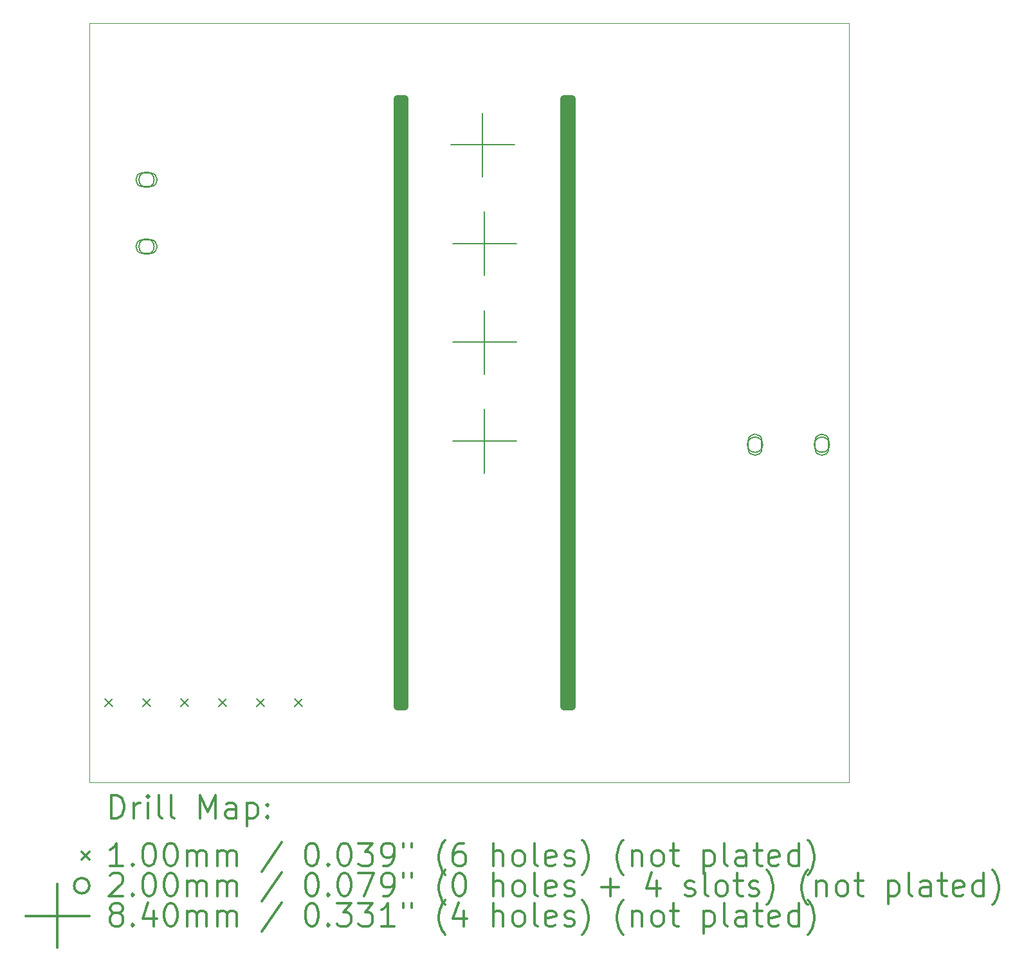
<source format=gbr>
%FSLAX45Y45*%
G04 Gerber Fmt 4.5, Leading zero omitted, Abs format (unit mm)*
G04 Created by KiCad (PCBNEW (5.1.9)-1) date 2021-04-28 19:37:26*
%MOMM*%
%LPD*%
G01*
G04 APERTURE LIST*
%TA.AperFunction,Profile*%
%ADD10C,1.000000*%
%TD*%
%TA.AperFunction,Profile*%
%ADD11C,0.050000*%
%TD*%
%ADD12C,0.200000*%
%ADD13C,0.300000*%
G04 APERTURE END LIST*
D10*
X11250000Y-6000000D02*
X11250000Y-14000000D01*
X11350000Y-6000000D02*
X11350000Y-14000000D01*
X11250000Y-14000000D02*
X11350000Y-14000000D01*
X11250000Y-6000000D02*
X11350000Y-6000000D01*
X9050000Y-6000000D02*
X9150000Y-6000000D01*
X9050000Y-14000000D02*
X9150000Y-14000000D01*
X9150000Y-6000000D02*
X9150000Y-14000000D01*
X9050000Y-6000000D02*
X9050000Y-14000000D01*
D11*
X5000000Y-15000000D02*
X5000000Y-5000000D01*
X15000000Y-15000000D02*
X5000000Y-15000000D01*
X15000000Y-5000000D02*
X15000000Y-15000000D01*
X5000000Y-5000000D02*
X15000000Y-5000000D01*
D12*
X5200000Y-13900000D02*
X5300000Y-14000000D01*
X5300000Y-13900000D02*
X5200000Y-14000000D01*
X5700000Y-13900000D02*
X5800000Y-14000000D01*
X5800000Y-13900000D02*
X5700000Y-14000000D01*
X6200000Y-13900000D02*
X6300000Y-14000000D01*
X6300000Y-13900000D02*
X6200000Y-14000000D01*
X6700000Y-13900000D02*
X6800000Y-14000000D01*
X6800000Y-13900000D02*
X6700000Y-14000000D01*
X7200000Y-13900000D02*
X7300000Y-14000000D01*
X7300000Y-13900000D02*
X7200000Y-14000000D01*
X7700000Y-13900000D02*
X7800000Y-14000000D01*
X7800000Y-13900000D02*
X7700000Y-14000000D01*
X5850000Y-7060000D02*
G75*
G03*
X5850000Y-7060000I-100000J0D01*
G01*
X5800000Y-6970000D02*
X5700000Y-6970000D01*
X5800000Y-7150000D02*
X5700000Y-7150000D01*
X5700000Y-6970000D02*
G75*
G03*
X5700000Y-7150000I0J-90000D01*
G01*
X5800000Y-7150000D02*
G75*
G03*
X5800000Y-6970000I0J90000D01*
G01*
X5850000Y-7940000D02*
G75*
G03*
X5850000Y-7940000I-100000J0D01*
G01*
X5800000Y-7850000D02*
X5700000Y-7850000D01*
X5800000Y-8030000D02*
X5700000Y-8030000D01*
X5700000Y-7850000D02*
G75*
G03*
X5700000Y-8030000I0J-90000D01*
G01*
X5800000Y-8030000D02*
G75*
G03*
X5800000Y-7850000I0J90000D01*
G01*
X13860000Y-10550000D02*
G75*
G03*
X13860000Y-10550000I-100000J0D01*
G01*
X13850000Y-10600000D02*
X13850000Y-10500000D01*
X13670000Y-10600000D02*
X13670000Y-10500000D01*
X13850000Y-10500000D02*
G75*
G03*
X13670000Y-10500000I-90000J0D01*
G01*
X13670000Y-10600000D02*
G75*
G03*
X13850000Y-10600000I90000J0D01*
G01*
X14740000Y-10550000D02*
G75*
G03*
X14740000Y-10550000I-100000J0D01*
G01*
X14730000Y-10600000D02*
X14730000Y-10500000D01*
X14550000Y-10600000D02*
X14550000Y-10500000D01*
X14730000Y-10500000D02*
G75*
G03*
X14550000Y-10500000I-90000J0D01*
G01*
X14550000Y-10600000D02*
G75*
G03*
X14730000Y-10600000I90000J0D01*
G01*
X10175000Y-6180000D02*
X10175000Y-7020000D01*
X9755000Y-6600000D02*
X10595000Y-6600000D01*
X10200000Y-7480000D02*
X10200000Y-8320000D01*
X9780000Y-7900000D02*
X10620000Y-7900000D01*
X10200000Y-8780000D02*
X10200000Y-9620000D01*
X9780000Y-9200000D02*
X10620000Y-9200000D01*
X10200000Y-10080000D02*
X10200000Y-10920000D01*
X9780000Y-10500000D02*
X10620000Y-10500000D01*
D13*
X5283928Y-15468214D02*
X5283928Y-15168214D01*
X5355357Y-15168214D01*
X5398214Y-15182500D01*
X5426786Y-15211071D01*
X5441071Y-15239643D01*
X5455357Y-15296786D01*
X5455357Y-15339643D01*
X5441071Y-15396786D01*
X5426786Y-15425357D01*
X5398214Y-15453929D01*
X5355357Y-15468214D01*
X5283928Y-15468214D01*
X5583928Y-15468214D02*
X5583928Y-15268214D01*
X5583928Y-15325357D02*
X5598214Y-15296786D01*
X5612500Y-15282500D01*
X5641071Y-15268214D01*
X5669643Y-15268214D01*
X5769643Y-15468214D02*
X5769643Y-15268214D01*
X5769643Y-15168214D02*
X5755357Y-15182500D01*
X5769643Y-15196786D01*
X5783928Y-15182500D01*
X5769643Y-15168214D01*
X5769643Y-15196786D01*
X5955357Y-15468214D02*
X5926786Y-15453929D01*
X5912500Y-15425357D01*
X5912500Y-15168214D01*
X6112500Y-15468214D02*
X6083928Y-15453929D01*
X6069643Y-15425357D01*
X6069643Y-15168214D01*
X6455357Y-15468214D02*
X6455357Y-15168214D01*
X6555357Y-15382500D01*
X6655357Y-15168214D01*
X6655357Y-15468214D01*
X6926786Y-15468214D02*
X6926786Y-15311071D01*
X6912500Y-15282500D01*
X6883928Y-15268214D01*
X6826786Y-15268214D01*
X6798214Y-15282500D01*
X6926786Y-15453929D02*
X6898214Y-15468214D01*
X6826786Y-15468214D01*
X6798214Y-15453929D01*
X6783928Y-15425357D01*
X6783928Y-15396786D01*
X6798214Y-15368214D01*
X6826786Y-15353929D01*
X6898214Y-15353929D01*
X6926786Y-15339643D01*
X7069643Y-15268214D02*
X7069643Y-15568214D01*
X7069643Y-15282500D02*
X7098214Y-15268214D01*
X7155357Y-15268214D01*
X7183928Y-15282500D01*
X7198214Y-15296786D01*
X7212500Y-15325357D01*
X7212500Y-15411071D01*
X7198214Y-15439643D01*
X7183928Y-15453929D01*
X7155357Y-15468214D01*
X7098214Y-15468214D01*
X7069643Y-15453929D01*
X7341071Y-15439643D02*
X7355357Y-15453929D01*
X7341071Y-15468214D01*
X7326786Y-15453929D01*
X7341071Y-15439643D01*
X7341071Y-15468214D01*
X7341071Y-15282500D02*
X7355357Y-15296786D01*
X7341071Y-15311071D01*
X7326786Y-15296786D01*
X7341071Y-15282500D01*
X7341071Y-15311071D01*
X4897500Y-15912500D02*
X4997500Y-16012500D01*
X4997500Y-15912500D02*
X4897500Y-16012500D01*
X5441071Y-16098214D02*
X5269643Y-16098214D01*
X5355357Y-16098214D02*
X5355357Y-15798214D01*
X5326786Y-15841071D01*
X5298214Y-15869643D01*
X5269643Y-15883929D01*
X5569643Y-16069643D02*
X5583928Y-16083929D01*
X5569643Y-16098214D01*
X5555357Y-16083929D01*
X5569643Y-16069643D01*
X5569643Y-16098214D01*
X5769643Y-15798214D02*
X5798214Y-15798214D01*
X5826786Y-15812500D01*
X5841071Y-15826786D01*
X5855357Y-15855357D01*
X5869643Y-15912500D01*
X5869643Y-15983929D01*
X5855357Y-16041071D01*
X5841071Y-16069643D01*
X5826786Y-16083929D01*
X5798214Y-16098214D01*
X5769643Y-16098214D01*
X5741071Y-16083929D01*
X5726786Y-16069643D01*
X5712500Y-16041071D01*
X5698214Y-15983929D01*
X5698214Y-15912500D01*
X5712500Y-15855357D01*
X5726786Y-15826786D01*
X5741071Y-15812500D01*
X5769643Y-15798214D01*
X6055357Y-15798214D02*
X6083928Y-15798214D01*
X6112500Y-15812500D01*
X6126786Y-15826786D01*
X6141071Y-15855357D01*
X6155357Y-15912500D01*
X6155357Y-15983929D01*
X6141071Y-16041071D01*
X6126786Y-16069643D01*
X6112500Y-16083929D01*
X6083928Y-16098214D01*
X6055357Y-16098214D01*
X6026786Y-16083929D01*
X6012500Y-16069643D01*
X5998214Y-16041071D01*
X5983928Y-15983929D01*
X5983928Y-15912500D01*
X5998214Y-15855357D01*
X6012500Y-15826786D01*
X6026786Y-15812500D01*
X6055357Y-15798214D01*
X6283928Y-16098214D02*
X6283928Y-15898214D01*
X6283928Y-15926786D02*
X6298214Y-15912500D01*
X6326786Y-15898214D01*
X6369643Y-15898214D01*
X6398214Y-15912500D01*
X6412500Y-15941071D01*
X6412500Y-16098214D01*
X6412500Y-15941071D02*
X6426786Y-15912500D01*
X6455357Y-15898214D01*
X6498214Y-15898214D01*
X6526786Y-15912500D01*
X6541071Y-15941071D01*
X6541071Y-16098214D01*
X6683928Y-16098214D02*
X6683928Y-15898214D01*
X6683928Y-15926786D02*
X6698214Y-15912500D01*
X6726786Y-15898214D01*
X6769643Y-15898214D01*
X6798214Y-15912500D01*
X6812500Y-15941071D01*
X6812500Y-16098214D01*
X6812500Y-15941071D02*
X6826786Y-15912500D01*
X6855357Y-15898214D01*
X6898214Y-15898214D01*
X6926786Y-15912500D01*
X6941071Y-15941071D01*
X6941071Y-16098214D01*
X7526786Y-15783929D02*
X7269643Y-16169643D01*
X7912500Y-15798214D02*
X7941071Y-15798214D01*
X7969643Y-15812500D01*
X7983928Y-15826786D01*
X7998214Y-15855357D01*
X8012500Y-15912500D01*
X8012500Y-15983929D01*
X7998214Y-16041071D01*
X7983928Y-16069643D01*
X7969643Y-16083929D01*
X7941071Y-16098214D01*
X7912500Y-16098214D01*
X7883928Y-16083929D01*
X7869643Y-16069643D01*
X7855357Y-16041071D01*
X7841071Y-15983929D01*
X7841071Y-15912500D01*
X7855357Y-15855357D01*
X7869643Y-15826786D01*
X7883928Y-15812500D01*
X7912500Y-15798214D01*
X8141071Y-16069643D02*
X8155357Y-16083929D01*
X8141071Y-16098214D01*
X8126786Y-16083929D01*
X8141071Y-16069643D01*
X8141071Y-16098214D01*
X8341071Y-15798214D02*
X8369643Y-15798214D01*
X8398214Y-15812500D01*
X8412500Y-15826786D01*
X8426786Y-15855357D01*
X8441071Y-15912500D01*
X8441071Y-15983929D01*
X8426786Y-16041071D01*
X8412500Y-16069643D01*
X8398214Y-16083929D01*
X8369643Y-16098214D01*
X8341071Y-16098214D01*
X8312500Y-16083929D01*
X8298214Y-16069643D01*
X8283928Y-16041071D01*
X8269643Y-15983929D01*
X8269643Y-15912500D01*
X8283928Y-15855357D01*
X8298214Y-15826786D01*
X8312500Y-15812500D01*
X8341071Y-15798214D01*
X8541071Y-15798214D02*
X8726786Y-15798214D01*
X8626786Y-15912500D01*
X8669643Y-15912500D01*
X8698214Y-15926786D01*
X8712500Y-15941071D01*
X8726786Y-15969643D01*
X8726786Y-16041071D01*
X8712500Y-16069643D01*
X8698214Y-16083929D01*
X8669643Y-16098214D01*
X8583928Y-16098214D01*
X8555357Y-16083929D01*
X8541071Y-16069643D01*
X8869643Y-16098214D02*
X8926786Y-16098214D01*
X8955357Y-16083929D01*
X8969643Y-16069643D01*
X8998214Y-16026786D01*
X9012500Y-15969643D01*
X9012500Y-15855357D01*
X8998214Y-15826786D01*
X8983928Y-15812500D01*
X8955357Y-15798214D01*
X8898214Y-15798214D01*
X8869643Y-15812500D01*
X8855357Y-15826786D01*
X8841071Y-15855357D01*
X8841071Y-15926786D01*
X8855357Y-15955357D01*
X8869643Y-15969643D01*
X8898214Y-15983929D01*
X8955357Y-15983929D01*
X8983928Y-15969643D01*
X8998214Y-15955357D01*
X9012500Y-15926786D01*
X9126786Y-15798214D02*
X9126786Y-15855357D01*
X9241071Y-15798214D02*
X9241071Y-15855357D01*
X9683928Y-16212500D02*
X9669643Y-16198214D01*
X9641071Y-16155357D01*
X9626786Y-16126786D01*
X9612500Y-16083929D01*
X9598214Y-16012500D01*
X9598214Y-15955357D01*
X9612500Y-15883929D01*
X9626786Y-15841071D01*
X9641071Y-15812500D01*
X9669643Y-15769643D01*
X9683928Y-15755357D01*
X9926786Y-15798214D02*
X9869643Y-15798214D01*
X9841071Y-15812500D01*
X9826786Y-15826786D01*
X9798214Y-15869643D01*
X9783928Y-15926786D01*
X9783928Y-16041071D01*
X9798214Y-16069643D01*
X9812500Y-16083929D01*
X9841071Y-16098214D01*
X9898214Y-16098214D01*
X9926786Y-16083929D01*
X9941071Y-16069643D01*
X9955357Y-16041071D01*
X9955357Y-15969643D01*
X9941071Y-15941071D01*
X9926786Y-15926786D01*
X9898214Y-15912500D01*
X9841071Y-15912500D01*
X9812500Y-15926786D01*
X9798214Y-15941071D01*
X9783928Y-15969643D01*
X10312500Y-16098214D02*
X10312500Y-15798214D01*
X10441071Y-16098214D02*
X10441071Y-15941071D01*
X10426786Y-15912500D01*
X10398214Y-15898214D01*
X10355357Y-15898214D01*
X10326786Y-15912500D01*
X10312500Y-15926786D01*
X10626786Y-16098214D02*
X10598214Y-16083929D01*
X10583928Y-16069643D01*
X10569643Y-16041071D01*
X10569643Y-15955357D01*
X10583928Y-15926786D01*
X10598214Y-15912500D01*
X10626786Y-15898214D01*
X10669643Y-15898214D01*
X10698214Y-15912500D01*
X10712500Y-15926786D01*
X10726786Y-15955357D01*
X10726786Y-16041071D01*
X10712500Y-16069643D01*
X10698214Y-16083929D01*
X10669643Y-16098214D01*
X10626786Y-16098214D01*
X10898214Y-16098214D02*
X10869643Y-16083929D01*
X10855357Y-16055357D01*
X10855357Y-15798214D01*
X11126786Y-16083929D02*
X11098214Y-16098214D01*
X11041071Y-16098214D01*
X11012500Y-16083929D01*
X10998214Y-16055357D01*
X10998214Y-15941071D01*
X11012500Y-15912500D01*
X11041071Y-15898214D01*
X11098214Y-15898214D01*
X11126786Y-15912500D01*
X11141071Y-15941071D01*
X11141071Y-15969643D01*
X10998214Y-15998214D01*
X11255357Y-16083929D02*
X11283928Y-16098214D01*
X11341071Y-16098214D01*
X11369643Y-16083929D01*
X11383928Y-16055357D01*
X11383928Y-16041071D01*
X11369643Y-16012500D01*
X11341071Y-15998214D01*
X11298214Y-15998214D01*
X11269643Y-15983929D01*
X11255357Y-15955357D01*
X11255357Y-15941071D01*
X11269643Y-15912500D01*
X11298214Y-15898214D01*
X11341071Y-15898214D01*
X11369643Y-15912500D01*
X11483928Y-16212500D02*
X11498214Y-16198214D01*
X11526786Y-16155357D01*
X11541071Y-16126786D01*
X11555357Y-16083929D01*
X11569643Y-16012500D01*
X11569643Y-15955357D01*
X11555357Y-15883929D01*
X11541071Y-15841071D01*
X11526786Y-15812500D01*
X11498214Y-15769643D01*
X11483928Y-15755357D01*
X12026786Y-16212500D02*
X12012500Y-16198214D01*
X11983928Y-16155357D01*
X11969643Y-16126786D01*
X11955357Y-16083929D01*
X11941071Y-16012500D01*
X11941071Y-15955357D01*
X11955357Y-15883929D01*
X11969643Y-15841071D01*
X11983928Y-15812500D01*
X12012500Y-15769643D01*
X12026786Y-15755357D01*
X12141071Y-15898214D02*
X12141071Y-16098214D01*
X12141071Y-15926786D02*
X12155357Y-15912500D01*
X12183928Y-15898214D01*
X12226786Y-15898214D01*
X12255357Y-15912500D01*
X12269643Y-15941071D01*
X12269643Y-16098214D01*
X12455357Y-16098214D02*
X12426786Y-16083929D01*
X12412500Y-16069643D01*
X12398214Y-16041071D01*
X12398214Y-15955357D01*
X12412500Y-15926786D01*
X12426786Y-15912500D01*
X12455357Y-15898214D01*
X12498214Y-15898214D01*
X12526786Y-15912500D01*
X12541071Y-15926786D01*
X12555357Y-15955357D01*
X12555357Y-16041071D01*
X12541071Y-16069643D01*
X12526786Y-16083929D01*
X12498214Y-16098214D01*
X12455357Y-16098214D01*
X12641071Y-15898214D02*
X12755357Y-15898214D01*
X12683928Y-15798214D02*
X12683928Y-16055357D01*
X12698214Y-16083929D01*
X12726786Y-16098214D01*
X12755357Y-16098214D01*
X13083928Y-15898214D02*
X13083928Y-16198214D01*
X13083928Y-15912500D02*
X13112500Y-15898214D01*
X13169643Y-15898214D01*
X13198214Y-15912500D01*
X13212500Y-15926786D01*
X13226786Y-15955357D01*
X13226786Y-16041071D01*
X13212500Y-16069643D01*
X13198214Y-16083929D01*
X13169643Y-16098214D01*
X13112500Y-16098214D01*
X13083928Y-16083929D01*
X13398214Y-16098214D02*
X13369643Y-16083929D01*
X13355357Y-16055357D01*
X13355357Y-15798214D01*
X13641071Y-16098214D02*
X13641071Y-15941071D01*
X13626786Y-15912500D01*
X13598214Y-15898214D01*
X13541071Y-15898214D01*
X13512500Y-15912500D01*
X13641071Y-16083929D02*
X13612500Y-16098214D01*
X13541071Y-16098214D01*
X13512500Y-16083929D01*
X13498214Y-16055357D01*
X13498214Y-16026786D01*
X13512500Y-15998214D01*
X13541071Y-15983929D01*
X13612500Y-15983929D01*
X13641071Y-15969643D01*
X13741071Y-15898214D02*
X13855357Y-15898214D01*
X13783928Y-15798214D02*
X13783928Y-16055357D01*
X13798214Y-16083929D01*
X13826786Y-16098214D01*
X13855357Y-16098214D01*
X14069643Y-16083929D02*
X14041071Y-16098214D01*
X13983928Y-16098214D01*
X13955357Y-16083929D01*
X13941071Y-16055357D01*
X13941071Y-15941071D01*
X13955357Y-15912500D01*
X13983928Y-15898214D01*
X14041071Y-15898214D01*
X14069643Y-15912500D01*
X14083928Y-15941071D01*
X14083928Y-15969643D01*
X13941071Y-15998214D01*
X14341071Y-16098214D02*
X14341071Y-15798214D01*
X14341071Y-16083929D02*
X14312500Y-16098214D01*
X14255357Y-16098214D01*
X14226786Y-16083929D01*
X14212500Y-16069643D01*
X14198214Y-16041071D01*
X14198214Y-15955357D01*
X14212500Y-15926786D01*
X14226786Y-15912500D01*
X14255357Y-15898214D01*
X14312500Y-15898214D01*
X14341071Y-15912500D01*
X14455357Y-16212500D02*
X14469643Y-16198214D01*
X14498214Y-16155357D01*
X14512500Y-16126786D01*
X14526786Y-16083929D01*
X14541071Y-16012500D01*
X14541071Y-15955357D01*
X14526786Y-15883929D01*
X14512500Y-15841071D01*
X14498214Y-15812500D01*
X14469643Y-15769643D01*
X14455357Y-15755357D01*
X4997500Y-16358500D02*
G75*
G03*
X4997500Y-16358500I-100000J0D01*
G01*
X5269643Y-16222786D02*
X5283928Y-16208500D01*
X5312500Y-16194214D01*
X5383928Y-16194214D01*
X5412500Y-16208500D01*
X5426786Y-16222786D01*
X5441071Y-16251357D01*
X5441071Y-16279929D01*
X5426786Y-16322786D01*
X5255357Y-16494214D01*
X5441071Y-16494214D01*
X5569643Y-16465643D02*
X5583928Y-16479929D01*
X5569643Y-16494214D01*
X5555357Y-16479929D01*
X5569643Y-16465643D01*
X5569643Y-16494214D01*
X5769643Y-16194214D02*
X5798214Y-16194214D01*
X5826786Y-16208500D01*
X5841071Y-16222786D01*
X5855357Y-16251357D01*
X5869643Y-16308500D01*
X5869643Y-16379929D01*
X5855357Y-16437071D01*
X5841071Y-16465643D01*
X5826786Y-16479929D01*
X5798214Y-16494214D01*
X5769643Y-16494214D01*
X5741071Y-16479929D01*
X5726786Y-16465643D01*
X5712500Y-16437071D01*
X5698214Y-16379929D01*
X5698214Y-16308500D01*
X5712500Y-16251357D01*
X5726786Y-16222786D01*
X5741071Y-16208500D01*
X5769643Y-16194214D01*
X6055357Y-16194214D02*
X6083928Y-16194214D01*
X6112500Y-16208500D01*
X6126786Y-16222786D01*
X6141071Y-16251357D01*
X6155357Y-16308500D01*
X6155357Y-16379929D01*
X6141071Y-16437071D01*
X6126786Y-16465643D01*
X6112500Y-16479929D01*
X6083928Y-16494214D01*
X6055357Y-16494214D01*
X6026786Y-16479929D01*
X6012500Y-16465643D01*
X5998214Y-16437071D01*
X5983928Y-16379929D01*
X5983928Y-16308500D01*
X5998214Y-16251357D01*
X6012500Y-16222786D01*
X6026786Y-16208500D01*
X6055357Y-16194214D01*
X6283928Y-16494214D02*
X6283928Y-16294214D01*
X6283928Y-16322786D02*
X6298214Y-16308500D01*
X6326786Y-16294214D01*
X6369643Y-16294214D01*
X6398214Y-16308500D01*
X6412500Y-16337071D01*
X6412500Y-16494214D01*
X6412500Y-16337071D02*
X6426786Y-16308500D01*
X6455357Y-16294214D01*
X6498214Y-16294214D01*
X6526786Y-16308500D01*
X6541071Y-16337071D01*
X6541071Y-16494214D01*
X6683928Y-16494214D02*
X6683928Y-16294214D01*
X6683928Y-16322786D02*
X6698214Y-16308500D01*
X6726786Y-16294214D01*
X6769643Y-16294214D01*
X6798214Y-16308500D01*
X6812500Y-16337071D01*
X6812500Y-16494214D01*
X6812500Y-16337071D02*
X6826786Y-16308500D01*
X6855357Y-16294214D01*
X6898214Y-16294214D01*
X6926786Y-16308500D01*
X6941071Y-16337071D01*
X6941071Y-16494214D01*
X7526786Y-16179929D02*
X7269643Y-16565643D01*
X7912500Y-16194214D02*
X7941071Y-16194214D01*
X7969643Y-16208500D01*
X7983928Y-16222786D01*
X7998214Y-16251357D01*
X8012500Y-16308500D01*
X8012500Y-16379929D01*
X7998214Y-16437071D01*
X7983928Y-16465643D01*
X7969643Y-16479929D01*
X7941071Y-16494214D01*
X7912500Y-16494214D01*
X7883928Y-16479929D01*
X7869643Y-16465643D01*
X7855357Y-16437071D01*
X7841071Y-16379929D01*
X7841071Y-16308500D01*
X7855357Y-16251357D01*
X7869643Y-16222786D01*
X7883928Y-16208500D01*
X7912500Y-16194214D01*
X8141071Y-16465643D02*
X8155357Y-16479929D01*
X8141071Y-16494214D01*
X8126786Y-16479929D01*
X8141071Y-16465643D01*
X8141071Y-16494214D01*
X8341071Y-16194214D02*
X8369643Y-16194214D01*
X8398214Y-16208500D01*
X8412500Y-16222786D01*
X8426786Y-16251357D01*
X8441071Y-16308500D01*
X8441071Y-16379929D01*
X8426786Y-16437071D01*
X8412500Y-16465643D01*
X8398214Y-16479929D01*
X8369643Y-16494214D01*
X8341071Y-16494214D01*
X8312500Y-16479929D01*
X8298214Y-16465643D01*
X8283928Y-16437071D01*
X8269643Y-16379929D01*
X8269643Y-16308500D01*
X8283928Y-16251357D01*
X8298214Y-16222786D01*
X8312500Y-16208500D01*
X8341071Y-16194214D01*
X8541071Y-16194214D02*
X8741071Y-16194214D01*
X8612500Y-16494214D01*
X8869643Y-16494214D02*
X8926786Y-16494214D01*
X8955357Y-16479929D01*
X8969643Y-16465643D01*
X8998214Y-16422786D01*
X9012500Y-16365643D01*
X9012500Y-16251357D01*
X8998214Y-16222786D01*
X8983928Y-16208500D01*
X8955357Y-16194214D01*
X8898214Y-16194214D01*
X8869643Y-16208500D01*
X8855357Y-16222786D01*
X8841071Y-16251357D01*
X8841071Y-16322786D01*
X8855357Y-16351357D01*
X8869643Y-16365643D01*
X8898214Y-16379929D01*
X8955357Y-16379929D01*
X8983928Y-16365643D01*
X8998214Y-16351357D01*
X9012500Y-16322786D01*
X9126786Y-16194214D02*
X9126786Y-16251357D01*
X9241071Y-16194214D02*
X9241071Y-16251357D01*
X9683928Y-16608500D02*
X9669643Y-16594214D01*
X9641071Y-16551357D01*
X9626786Y-16522786D01*
X9612500Y-16479929D01*
X9598214Y-16408500D01*
X9598214Y-16351357D01*
X9612500Y-16279929D01*
X9626786Y-16237071D01*
X9641071Y-16208500D01*
X9669643Y-16165643D01*
X9683928Y-16151357D01*
X9855357Y-16194214D02*
X9883928Y-16194214D01*
X9912500Y-16208500D01*
X9926786Y-16222786D01*
X9941071Y-16251357D01*
X9955357Y-16308500D01*
X9955357Y-16379929D01*
X9941071Y-16437071D01*
X9926786Y-16465643D01*
X9912500Y-16479929D01*
X9883928Y-16494214D01*
X9855357Y-16494214D01*
X9826786Y-16479929D01*
X9812500Y-16465643D01*
X9798214Y-16437071D01*
X9783928Y-16379929D01*
X9783928Y-16308500D01*
X9798214Y-16251357D01*
X9812500Y-16222786D01*
X9826786Y-16208500D01*
X9855357Y-16194214D01*
X10312500Y-16494214D02*
X10312500Y-16194214D01*
X10441071Y-16494214D02*
X10441071Y-16337071D01*
X10426786Y-16308500D01*
X10398214Y-16294214D01*
X10355357Y-16294214D01*
X10326786Y-16308500D01*
X10312500Y-16322786D01*
X10626786Y-16494214D02*
X10598214Y-16479929D01*
X10583928Y-16465643D01*
X10569643Y-16437071D01*
X10569643Y-16351357D01*
X10583928Y-16322786D01*
X10598214Y-16308500D01*
X10626786Y-16294214D01*
X10669643Y-16294214D01*
X10698214Y-16308500D01*
X10712500Y-16322786D01*
X10726786Y-16351357D01*
X10726786Y-16437071D01*
X10712500Y-16465643D01*
X10698214Y-16479929D01*
X10669643Y-16494214D01*
X10626786Y-16494214D01*
X10898214Y-16494214D02*
X10869643Y-16479929D01*
X10855357Y-16451357D01*
X10855357Y-16194214D01*
X11126786Y-16479929D02*
X11098214Y-16494214D01*
X11041071Y-16494214D01*
X11012500Y-16479929D01*
X10998214Y-16451357D01*
X10998214Y-16337071D01*
X11012500Y-16308500D01*
X11041071Y-16294214D01*
X11098214Y-16294214D01*
X11126786Y-16308500D01*
X11141071Y-16337071D01*
X11141071Y-16365643D01*
X10998214Y-16394214D01*
X11255357Y-16479929D02*
X11283928Y-16494214D01*
X11341071Y-16494214D01*
X11369643Y-16479929D01*
X11383928Y-16451357D01*
X11383928Y-16437071D01*
X11369643Y-16408500D01*
X11341071Y-16394214D01*
X11298214Y-16394214D01*
X11269643Y-16379929D01*
X11255357Y-16351357D01*
X11255357Y-16337071D01*
X11269643Y-16308500D01*
X11298214Y-16294214D01*
X11341071Y-16294214D01*
X11369643Y-16308500D01*
X11741071Y-16379929D02*
X11969643Y-16379929D01*
X11855357Y-16494214D02*
X11855357Y-16265643D01*
X12469643Y-16294214D02*
X12469643Y-16494214D01*
X12398214Y-16179929D02*
X12326786Y-16394214D01*
X12512500Y-16394214D01*
X12841071Y-16479929D02*
X12869643Y-16494214D01*
X12926786Y-16494214D01*
X12955357Y-16479929D01*
X12969643Y-16451357D01*
X12969643Y-16437071D01*
X12955357Y-16408500D01*
X12926786Y-16394214D01*
X12883928Y-16394214D01*
X12855357Y-16379929D01*
X12841071Y-16351357D01*
X12841071Y-16337071D01*
X12855357Y-16308500D01*
X12883928Y-16294214D01*
X12926786Y-16294214D01*
X12955357Y-16308500D01*
X13141071Y-16494214D02*
X13112500Y-16479929D01*
X13098214Y-16451357D01*
X13098214Y-16194214D01*
X13298214Y-16494214D02*
X13269643Y-16479929D01*
X13255357Y-16465643D01*
X13241071Y-16437071D01*
X13241071Y-16351357D01*
X13255357Y-16322786D01*
X13269643Y-16308500D01*
X13298214Y-16294214D01*
X13341071Y-16294214D01*
X13369643Y-16308500D01*
X13383928Y-16322786D01*
X13398214Y-16351357D01*
X13398214Y-16437071D01*
X13383928Y-16465643D01*
X13369643Y-16479929D01*
X13341071Y-16494214D01*
X13298214Y-16494214D01*
X13483928Y-16294214D02*
X13598214Y-16294214D01*
X13526786Y-16194214D02*
X13526786Y-16451357D01*
X13541071Y-16479929D01*
X13569643Y-16494214D01*
X13598214Y-16494214D01*
X13683928Y-16479929D02*
X13712500Y-16494214D01*
X13769643Y-16494214D01*
X13798214Y-16479929D01*
X13812500Y-16451357D01*
X13812500Y-16437071D01*
X13798214Y-16408500D01*
X13769643Y-16394214D01*
X13726786Y-16394214D01*
X13698214Y-16379929D01*
X13683928Y-16351357D01*
X13683928Y-16337071D01*
X13698214Y-16308500D01*
X13726786Y-16294214D01*
X13769643Y-16294214D01*
X13798214Y-16308500D01*
X13912500Y-16608500D02*
X13926786Y-16594214D01*
X13955357Y-16551357D01*
X13969643Y-16522786D01*
X13983928Y-16479929D01*
X13998214Y-16408500D01*
X13998214Y-16351357D01*
X13983928Y-16279929D01*
X13969643Y-16237071D01*
X13955357Y-16208500D01*
X13926786Y-16165643D01*
X13912500Y-16151357D01*
X14455357Y-16608500D02*
X14441071Y-16594214D01*
X14412500Y-16551357D01*
X14398214Y-16522786D01*
X14383928Y-16479929D01*
X14369643Y-16408500D01*
X14369643Y-16351357D01*
X14383928Y-16279929D01*
X14398214Y-16237071D01*
X14412500Y-16208500D01*
X14441071Y-16165643D01*
X14455357Y-16151357D01*
X14569643Y-16294214D02*
X14569643Y-16494214D01*
X14569643Y-16322786D02*
X14583928Y-16308500D01*
X14612500Y-16294214D01*
X14655357Y-16294214D01*
X14683928Y-16308500D01*
X14698214Y-16337071D01*
X14698214Y-16494214D01*
X14883928Y-16494214D02*
X14855357Y-16479929D01*
X14841071Y-16465643D01*
X14826786Y-16437071D01*
X14826786Y-16351357D01*
X14841071Y-16322786D01*
X14855357Y-16308500D01*
X14883928Y-16294214D01*
X14926786Y-16294214D01*
X14955357Y-16308500D01*
X14969643Y-16322786D01*
X14983928Y-16351357D01*
X14983928Y-16437071D01*
X14969643Y-16465643D01*
X14955357Y-16479929D01*
X14926786Y-16494214D01*
X14883928Y-16494214D01*
X15069643Y-16294214D02*
X15183928Y-16294214D01*
X15112500Y-16194214D02*
X15112500Y-16451357D01*
X15126786Y-16479929D01*
X15155357Y-16494214D01*
X15183928Y-16494214D01*
X15512500Y-16294214D02*
X15512500Y-16594214D01*
X15512500Y-16308500D02*
X15541071Y-16294214D01*
X15598214Y-16294214D01*
X15626786Y-16308500D01*
X15641071Y-16322786D01*
X15655357Y-16351357D01*
X15655357Y-16437071D01*
X15641071Y-16465643D01*
X15626786Y-16479929D01*
X15598214Y-16494214D01*
X15541071Y-16494214D01*
X15512500Y-16479929D01*
X15826786Y-16494214D02*
X15798214Y-16479929D01*
X15783928Y-16451357D01*
X15783928Y-16194214D01*
X16069643Y-16494214D02*
X16069643Y-16337071D01*
X16055357Y-16308500D01*
X16026786Y-16294214D01*
X15969643Y-16294214D01*
X15941071Y-16308500D01*
X16069643Y-16479929D02*
X16041071Y-16494214D01*
X15969643Y-16494214D01*
X15941071Y-16479929D01*
X15926786Y-16451357D01*
X15926786Y-16422786D01*
X15941071Y-16394214D01*
X15969643Y-16379929D01*
X16041071Y-16379929D01*
X16069643Y-16365643D01*
X16169643Y-16294214D02*
X16283928Y-16294214D01*
X16212500Y-16194214D02*
X16212500Y-16451357D01*
X16226786Y-16479929D01*
X16255357Y-16494214D01*
X16283928Y-16494214D01*
X16498214Y-16479929D02*
X16469643Y-16494214D01*
X16412500Y-16494214D01*
X16383928Y-16479929D01*
X16369643Y-16451357D01*
X16369643Y-16337071D01*
X16383928Y-16308500D01*
X16412500Y-16294214D01*
X16469643Y-16294214D01*
X16498214Y-16308500D01*
X16512500Y-16337071D01*
X16512500Y-16365643D01*
X16369643Y-16394214D01*
X16769643Y-16494214D02*
X16769643Y-16194214D01*
X16769643Y-16479929D02*
X16741071Y-16494214D01*
X16683928Y-16494214D01*
X16655357Y-16479929D01*
X16641071Y-16465643D01*
X16626786Y-16437071D01*
X16626786Y-16351357D01*
X16641071Y-16322786D01*
X16655357Y-16308500D01*
X16683928Y-16294214D01*
X16741071Y-16294214D01*
X16769643Y-16308500D01*
X16883928Y-16608500D02*
X16898214Y-16594214D01*
X16926786Y-16551357D01*
X16941071Y-16522786D01*
X16955357Y-16479929D01*
X16969643Y-16408500D01*
X16969643Y-16351357D01*
X16955357Y-16279929D01*
X16941071Y-16237071D01*
X16926786Y-16208500D01*
X16898214Y-16165643D01*
X16883928Y-16151357D01*
X4577500Y-16334500D02*
X4577500Y-17174500D01*
X4157500Y-16754500D02*
X4997500Y-16754500D01*
X5326786Y-16718786D02*
X5298214Y-16704500D01*
X5283928Y-16690214D01*
X5269643Y-16661643D01*
X5269643Y-16647357D01*
X5283928Y-16618786D01*
X5298214Y-16604500D01*
X5326786Y-16590214D01*
X5383928Y-16590214D01*
X5412500Y-16604500D01*
X5426786Y-16618786D01*
X5441071Y-16647357D01*
X5441071Y-16661643D01*
X5426786Y-16690214D01*
X5412500Y-16704500D01*
X5383928Y-16718786D01*
X5326786Y-16718786D01*
X5298214Y-16733071D01*
X5283928Y-16747357D01*
X5269643Y-16775929D01*
X5269643Y-16833072D01*
X5283928Y-16861643D01*
X5298214Y-16875929D01*
X5326786Y-16890214D01*
X5383928Y-16890214D01*
X5412500Y-16875929D01*
X5426786Y-16861643D01*
X5441071Y-16833072D01*
X5441071Y-16775929D01*
X5426786Y-16747357D01*
X5412500Y-16733071D01*
X5383928Y-16718786D01*
X5569643Y-16861643D02*
X5583928Y-16875929D01*
X5569643Y-16890214D01*
X5555357Y-16875929D01*
X5569643Y-16861643D01*
X5569643Y-16890214D01*
X5841071Y-16690214D02*
X5841071Y-16890214D01*
X5769643Y-16575929D02*
X5698214Y-16790214D01*
X5883928Y-16790214D01*
X6055357Y-16590214D02*
X6083928Y-16590214D01*
X6112500Y-16604500D01*
X6126786Y-16618786D01*
X6141071Y-16647357D01*
X6155357Y-16704500D01*
X6155357Y-16775929D01*
X6141071Y-16833072D01*
X6126786Y-16861643D01*
X6112500Y-16875929D01*
X6083928Y-16890214D01*
X6055357Y-16890214D01*
X6026786Y-16875929D01*
X6012500Y-16861643D01*
X5998214Y-16833072D01*
X5983928Y-16775929D01*
X5983928Y-16704500D01*
X5998214Y-16647357D01*
X6012500Y-16618786D01*
X6026786Y-16604500D01*
X6055357Y-16590214D01*
X6283928Y-16890214D02*
X6283928Y-16690214D01*
X6283928Y-16718786D02*
X6298214Y-16704500D01*
X6326786Y-16690214D01*
X6369643Y-16690214D01*
X6398214Y-16704500D01*
X6412500Y-16733071D01*
X6412500Y-16890214D01*
X6412500Y-16733071D02*
X6426786Y-16704500D01*
X6455357Y-16690214D01*
X6498214Y-16690214D01*
X6526786Y-16704500D01*
X6541071Y-16733071D01*
X6541071Y-16890214D01*
X6683928Y-16890214D02*
X6683928Y-16690214D01*
X6683928Y-16718786D02*
X6698214Y-16704500D01*
X6726786Y-16690214D01*
X6769643Y-16690214D01*
X6798214Y-16704500D01*
X6812500Y-16733071D01*
X6812500Y-16890214D01*
X6812500Y-16733071D02*
X6826786Y-16704500D01*
X6855357Y-16690214D01*
X6898214Y-16690214D01*
X6926786Y-16704500D01*
X6941071Y-16733071D01*
X6941071Y-16890214D01*
X7526786Y-16575929D02*
X7269643Y-16961643D01*
X7912500Y-16590214D02*
X7941071Y-16590214D01*
X7969643Y-16604500D01*
X7983928Y-16618786D01*
X7998214Y-16647357D01*
X8012500Y-16704500D01*
X8012500Y-16775929D01*
X7998214Y-16833072D01*
X7983928Y-16861643D01*
X7969643Y-16875929D01*
X7941071Y-16890214D01*
X7912500Y-16890214D01*
X7883928Y-16875929D01*
X7869643Y-16861643D01*
X7855357Y-16833072D01*
X7841071Y-16775929D01*
X7841071Y-16704500D01*
X7855357Y-16647357D01*
X7869643Y-16618786D01*
X7883928Y-16604500D01*
X7912500Y-16590214D01*
X8141071Y-16861643D02*
X8155357Y-16875929D01*
X8141071Y-16890214D01*
X8126786Y-16875929D01*
X8141071Y-16861643D01*
X8141071Y-16890214D01*
X8255357Y-16590214D02*
X8441071Y-16590214D01*
X8341071Y-16704500D01*
X8383928Y-16704500D01*
X8412500Y-16718786D01*
X8426786Y-16733071D01*
X8441071Y-16761643D01*
X8441071Y-16833072D01*
X8426786Y-16861643D01*
X8412500Y-16875929D01*
X8383928Y-16890214D01*
X8298214Y-16890214D01*
X8269643Y-16875929D01*
X8255357Y-16861643D01*
X8541071Y-16590214D02*
X8726786Y-16590214D01*
X8626786Y-16704500D01*
X8669643Y-16704500D01*
X8698214Y-16718786D01*
X8712500Y-16733071D01*
X8726786Y-16761643D01*
X8726786Y-16833072D01*
X8712500Y-16861643D01*
X8698214Y-16875929D01*
X8669643Y-16890214D01*
X8583928Y-16890214D01*
X8555357Y-16875929D01*
X8541071Y-16861643D01*
X9012500Y-16890214D02*
X8841071Y-16890214D01*
X8926786Y-16890214D02*
X8926786Y-16590214D01*
X8898214Y-16633071D01*
X8869643Y-16661643D01*
X8841071Y-16675929D01*
X9126786Y-16590214D02*
X9126786Y-16647357D01*
X9241071Y-16590214D02*
X9241071Y-16647357D01*
X9683928Y-17004500D02*
X9669643Y-16990214D01*
X9641071Y-16947357D01*
X9626786Y-16918786D01*
X9612500Y-16875929D01*
X9598214Y-16804500D01*
X9598214Y-16747357D01*
X9612500Y-16675929D01*
X9626786Y-16633071D01*
X9641071Y-16604500D01*
X9669643Y-16561643D01*
X9683928Y-16547357D01*
X9926786Y-16690214D02*
X9926786Y-16890214D01*
X9855357Y-16575929D02*
X9783928Y-16790214D01*
X9969643Y-16790214D01*
X10312500Y-16890214D02*
X10312500Y-16590214D01*
X10441071Y-16890214D02*
X10441071Y-16733071D01*
X10426786Y-16704500D01*
X10398214Y-16690214D01*
X10355357Y-16690214D01*
X10326786Y-16704500D01*
X10312500Y-16718786D01*
X10626786Y-16890214D02*
X10598214Y-16875929D01*
X10583928Y-16861643D01*
X10569643Y-16833072D01*
X10569643Y-16747357D01*
X10583928Y-16718786D01*
X10598214Y-16704500D01*
X10626786Y-16690214D01*
X10669643Y-16690214D01*
X10698214Y-16704500D01*
X10712500Y-16718786D01*
X10726786Y-16747357D01*
X10726786Y-16833072D01*
X10712500Y-16861643D01*
X10698214Y-16875929D01*
X10669643Y-16890214D01*
X10626786Y-16890214D01*
X10898214Y-16890214D02*
X10869643Y-16875929D01*
X10855357Y-16847357D01*
X10855357Y-16590214D01*
X11126786Y-16875929D02*
X11098214Y-16890214D01*
X11041071Y-16890214D01*
X11012500Y-16875929D01*
X10998214Y-16847357D01*
X10998214Y-16733071D01*
X11012500Y-16704500D01*
X11041071Y-16690214D01*
X11098214Y-16690214D01*
X11126786Y-16704500D01*
X11141071Y-16733071D01*
X11141071Y-16761643D01*
X10998214Y-16790214D01*
X11255357Y-16875929D02*
X11283928Y-16890214D01*
X11341071Y-16890214D01*
X11369643Y-16875929D01*
X11383928Y-16847357D01*
X11383928Y-16833072D01*
X11369643Y-16804500D01*
X11341071Y-16790214D01*
X11298214Y-16790214D01*
X11269643Y-16775929D01*
X11255357Y-16747357D01*
X11255357Y-16733071D01*
X11269643Y-16704500D01*
X11298214Y-16690214D01*
X11341071Y-16690214D01*
X11369643Y-16704500D01*
X11483928Y-17004500D02*
X11498214Y-16990214D01*
X11526786Y-16947357D01*
X11541071Y-16918786D01*
X11555357Y-16875929D01*
X11569643Y-16804500D01*
X11569643Y-16747357D01*
X11555357Y-16675929D01*
X11541071Y-16633071D01*
X11526786Y-16604500D01*
X11498214Y-16561643D01*
X11483928Y-16547357D01*
X12026786Y-17004500D02*
X12012500Y-16990214D01*
X11983928Y-16947357D01*
X11969643Y-16918786D01*
X11955357Y-16875929D01*
X11941071Y-16804500D01*
X11941071Y-16747357D01*
X11955357Y-16675929D01*
X11969643Y-16633071D01*
X11983928Y-16604500D01*
X12012500Y-16561643D01*
X12026786Y-16547357D01*
X12141071Y-16690214D02*
X12141071Y-16890214D01*
X12141071Y-16718786D02*
X12155357Y-16704500D01*
X12183928Y-16690214D01*
X12226786Y-16690214D01*
X12255357Y-16704500D01*
X12269643Y-16733071D01*
X12269643Y-16890214D01*
X12455357Y-16890214D02*
X12426786Y-16875929D01*
X12412500Y-16861643D01*
X12398214Y-16833072D01*
X12398214Y-16747357D01*
X12412500Y-16718786D01*
X12426786Y-16704500D01*
X12455357Y-16690214D01*
X12498214Y-16690214D01*
X12526786Y-16704500D01*
X12541071Y-16718786D01*
X12555357Y-16747357D01*
X12555357Y-16833072D01*
X12541071Y-16861643D01*
X12526786Y-16875929D01*
X12498214Y-16890214D01*
X12455357Y-16890214D01*
X12641071Y-16690214D02*
X12755357Y-16690214D01*
X12683928Y-16590214D02*
X12683928Y-16847357D01*
X12698214Y-16875929D01*
X12726786Y-16890214D01*
X12755357Y-16890214D01*
X13083928Y-16690214D02*
X13083928Y-16990214D01*
X13083928Y-16704500D02*
X13112500Y-16690214D01*
X13169643Y-16690214D01*
X13198214Y-16704500D01*
X13212500Y-16718786D01*
X13226786Y-16747357D01*
X13226786Y-16833072D01*
X13212500Y-16861643D01*
X13198214Y-16875929D01*
X13169643Y-16890214D01*
X13112500Y-16890214D01*
X13083928Y-16875929D01*
X13398214Y-16890214D02*
X13369643Y-16875929D01*
X13355357Y-16847357D01*
X13355357Y-16590214D01*
X13641071Y-16890214D02*
X13641071Y-16733071D01*
X13626786Y-16704500D01*
X13598214Y-16690214D01*
X13541071Y-16690214D01*
X13512500Y-16704500D01*
X13641071Y-16875929D02*
X13612500Y-16890214D01*
X13541071Y-16890214D01*
X13512500Y-16875929D01*
X13498214Y-16847357D01*
X13498214Y-16818786D01*
X13512500Y-16790214D01*
X13541071Y-16775929D01*
X13612500Y-16775929D01*
X13641071Y-16761643D01*
X13741071Y-16690214D02*
X13855357Y-16690214D01*
X13783928Y-16590214D02*
X13783928Y-16847357D01*
X13798214Y-16875929D01*
X13826786Y-16890214D01*
X13855357Y-16890214D01*
X14069643Y-16875929D02*
X14041071Y-16890214D01*
X13983928Y-16890214D01*
X13955357Y-16875929D01*
X13941071Y-16847357D01*
X13941071Y-16733071D01*
X13955357Y-16704500D01*
X13983928Y-16690214D01*
X14041071Y-16690214D01*
X14069643Y-16704500D01*
X14083928Y-16733071D01*
X14083928Y-16761643D01*
X13941071Y-16790214D01*
X14341071Y-16890214D02*
X14341071Y-16590214D01*
X14341071Y-16875929D02*
X14312500Y-16890214D01*
X14255357Y-16890214D01*
X14226786Y-16875929D01*
X14212500Y-16861643D01*
X14198214Y-16833072D01*
X14198214Y-16747357D01*
X14212500Y-16718786D01*
X14226786Y-16704500D01*
X14255357Y-16690214D01*
X14312500Y-16690214D01*
X14341071Y-16704500D01*
X14455357Y-17004500D02*
X14469643Y-16990214D01*
X14498214Y-16947357D01*
X14512500Y-16918786D01*
X14526786Y-16875929D01*
X14541071Y-16804500D01*
X14541071Y-16747357D01*
X14526786Y-16675929D01*
X14512500Y-16633071D01*
X14498214Y-16604500D01*
X14469643Y-16561643D01*
X14455357Y-16547357D01*
M02*

</source>
